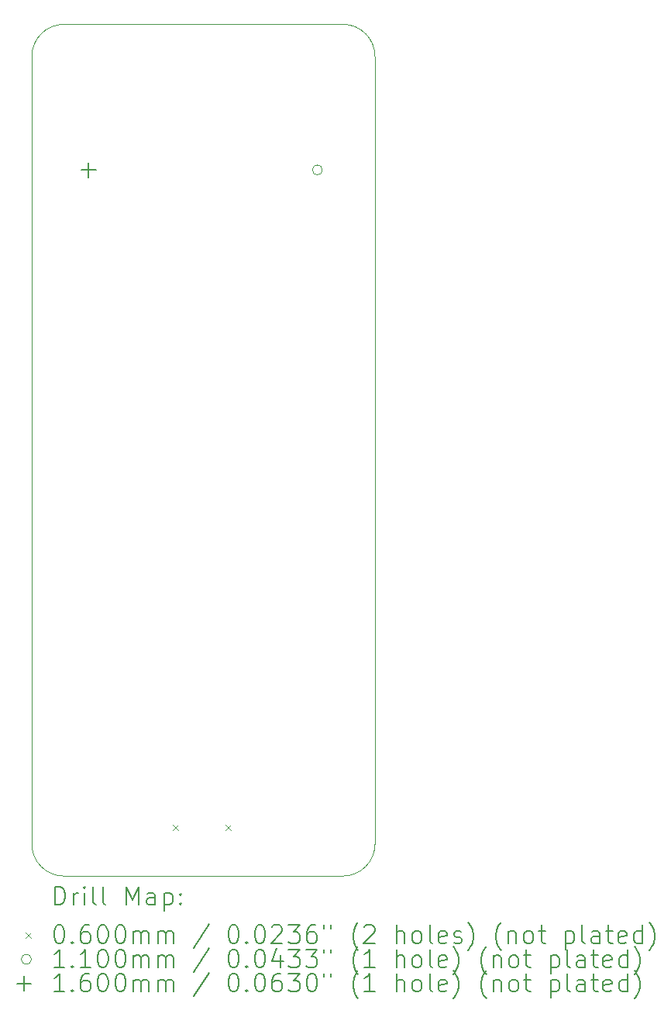
<source format=gbr>
%TF.GenerationSoftware,KiCad,Pcbnew,(6.0.7)*%
%TF.CreationDate,2022-10-08T21:46:18-07:00*%
%TF.ProjectId,phone-rounded,70686f6e-652d-4726-9f75-6e6465642e6b,rev?*%
%TF.SameCoordinates,Original*%
%TF.FileFunction,Drillmap*%
%TF.FilePolarity,Positive*%
%FSLAX45Y45*%
G04 Gerber Fmt 4.5, Leading zero omitted, Abs format (unit mm)*
G04 Created by KiCad (PCBNEW (6.0.7)) date 2022-10-08 21:46:18*
%MOMM*%
%LPD*%
G01*
G04 APERTURE LIST*
%ADD10C,0.100000*%
%ADD11C,0.200000*%
%ADD12C,0.060000*%
%ADD13C,0.110000*%
%ADD14C,0.160000*%
G04 APERTURE END LIST*
D10*
X14450000Y-14702513D02*
X14450000Y-6100000D01*
X10699997Y-14702513D02*
G75*
G03*
X11050000Y-15052513I350003J3D01*
G01*
X11050000Y-15052513D02*
X14100000Y-15052513D01*
X10700000Y-6100000D02*
X10700000Y-14702513D01*
X14100000Y-15052510D02*
G75*
G03*
X14450000Y-14702513I0J350000D01*
G01*
X11050000Y-5750000D02*
X14100000Y-5750000D01*
X14450000Y-6100000D02*
G75*
G03*
X14100000Y-5750000I-350000J0D01*
G01*
X11050000Y-5750000D02*
G75*
G03*
X10700000Y-6100000I4J-350004D01*
G01*
D11*
D12*
X12239000Y-14492000D02*
X12299000Y-14552000D01*
X12299000Y-14492000D02*
X12239000Y-14552000D01*
X12817000Y-14492000D02*
X12877000Y-14552000D01*
X12877000Y-14492000D02*
X12817000Y-14552000D01*
D13*
X13875000Y-7340000D02*
G75*
G03*
X13875000Y-7340000I-55000J0D01*
G01*
D14*
X11320000Y-7260000D02*
X11320000Y-7420000D01*
X11240000Y-7340000D02*
X11400000Y-7340000D01*
D11*
X10952619Y-15367989D02*
X10952619Y-15167989D01*
X11000238Y-15167989D01*
X11028810Y-15177513D01*
X11047857Y-15196560D01*
X11057381Y-15215608D01*
X11066905Y-15253703D01*
X11066905Y-15282274D01*
X11057381Y-15320370D01*
X11047857Y-15339417D01*
X11028810Y-15358465D01*
X11000238Y-15367989D01*
X10952619Y-15367989D01*
X11152619Y-15367989D02*
X11152619Y-15234655D01*
X11152619Y-15272751D02*
X11162143Y-15253703D01*
X11171667Y-15244179D01*
X11190714Y-15234655D01*
X11209762Y-15234655D01*
X11276428Y-15367989D02*
X11276428Y-15234655D01*
X11276428Y-15167989D02*
X11266905Y-15177513D01*
X11276428Y-15187036D01*
X11285952Y-15177513D01*
X11276428Y-15167989D01*
X11276428Y-15187036D01*
X11400238Y-15367989D02*
X11381190Y-15358465D01*
X11371667Y-15339417D01*
X11371667Y-15167989D01*
X11505000Y-15367989D02*
X11485952Y-15358465D01*
X11476428Y-15339417D01*
X11476428Y-15167989D01*
X11733571Y-15367989D02*
X11733571Y-15167989D01*
X11800238Y-15310846D01*
X11866905Y-15167989D01*
X11866905Y-15367989D01*
X12047857Y-15367989D02*
X12047857Y-15263227D01*
X12038333Y-15244179D01*
X12019286Y-15234655D01*
X11981190Y-15234655D01*
X11962143Y-15244179D01*
X12047857Y-15358465D02*
X12028809Y-15367989D01*
X11981190Y-15367989D01*
X11962143Y-15358465D01*
X11952619Y-15339417D01*
X11952619Y-15320370D01*
X11962143Y-15301322D01*
X11981190Y-15291798D01*
X12028809Y-15291798D01*
X12047857Y-15282274D01*
X12143095Y-15234655D02*
X12143095Y-15434655D01*
X12143095Y-15244179D02*
X12162143Y-15234655D01*
X12200238Y-15234655D01*
X12219286Y-15244179D01*
X12228809Y-15253703D01*
X12238333Y-15272751D01*
X12238333Y-15329893D01*
X12228809Y-15348941D01*
X12219286Y-15358465D01*
X12200238Y-15367989D01*
X12162143Y-15367989D01*
X12143095Y-15358465D01*
X12324048Y-15348941D02*
X12333571Y-15358465D01*
X12324048Y-15367989D01*
X12314524Y-15358465D01*
X12324048Y-15348941D01*
X12324048Y-15367989D01*
X12324048Y-15244179D02*
X12333571Y-15253703D01*
X12324048Y-15263227D01*
X12314524Y-15253703D01*
X12324048Y-15244179D01*
X12324048Y-15263227D01*
D12*
X10635000Y-15667513D02*
X10695000Y-15727513D01*
X10695000Y-15667513D02*
X10635000Y-15727513D01*
D11*
X10990714Y-15587989D02*
X11009762Y-15587989D01*
X11028810Y-15597513D01*
X11038333Y-15607036D01*
X11047857Y-15626084D01*
X11057381Y-15664179D01*
X11057381Y-15711798D01*
X11047857Y-15749893D01*
X11038333Y-15768941D01*
X11028810Y-15778465D01*
X11009762Y-15787989D01*
X10990714Y-15787989D01*
X10971667Y-15778465D01*
X10962143Y-15768941D01*
X10952619Y-15749893D01*
X10943095Y-15711798D01*
X10943095Y-15664179D01*
X10952619Y-15626084D01*
X10962143Y-15607036D01*
X10971667Y-15597513D01*
X10990714Y-15587989D01*
X11143095Y-15768941D02*
X11152619Y-15778465D01*
X11143095Y-15787989D01*
X11133571Y-15778465D01*
X11143095Y-15768941D01*
X11143095Y-15787989D01*
X11324048Y-15587989D02*
X11285952Y-15587989D01*
X11266905Y-15597513D01*
X11257381Y-15607036D01*
X11238333Y-15635608D01*
X11228809Y-15673703D01*
X11228809Y-15749893D01*
X11238333Y-15768941D01*
X11247857Y-15778465D01*
X11266905Y-15787989D01*
X11305000Y-15787989D01*
X11324048Y-15778465D01*
X11333571Y-15768941D01*
X11343095Y-15749893D01*
X11343095Y-15702274D01*
X11333571Y-15683227D01*
X11324048Y-15673703D01*
X11305000Y-15664179D01*
X11266905Y-15664179D01*
X11247857Y-15673703D01*
X11238333Y-15683227D01*
X11228809Y-15702274D01*
X11466905Y-15587989D02*
X11485952Y-15587989D01*
X11505000Y-15597513D01*
X11514524Y-15607036D01*
X11524048Y-15626084D01*
X11533571Y-15664179D01*
X11533571Y-15711798D01*
X11524048Y-15749893D01*
X11514524Y-15768941D01*
X11505000Y-15778465D01*
X11485952Y-15787989D01*
X11466905Y-15787989D01*
X11447857Y-15778465D01*
X11438333Y-15768941D01*
X11428809Y-15749893D01*
X11419286Y-15711798D01*
X11419286Y-15664179D01*
X11428809Y-15626084D01*
X11438333Y-15607036D01*
X11447857Y-15597513D01*
X11466905Y-15587989D01*
X11657381Y-15587989D02*
X11676428Y-15587989D01*
X11695476Y-15597513D01*
X11705000Y-15607036D01*
X11714524Y-15626084D01*
X11724048Y-15664179D01*
X11724048Y-15711798D01*
X11714524Y-15749893D01*
X11705000Y-15768941D01*
X11695476Y-15778465D01*
X11676428Y-15787989D01*
X11657381Y-15787989D01*
X11638333Y-15778465D01*
X11628809Y-15768941D01*
X11619286Y-15749893D01*
X11609762Y-15711798D01*
X11609762Y-15664179D01*
X11619286Y-15626084D01*
X11628809Y-15607036D01*
X11638333Y-15597513D01*
X11657381Y-15587989D01*
X11809762Y-15787989D02*
X11809762Y-15654655D01*
X11809762Y-15673703D02*
X11819286Y-15664179D01*
X11838333Y-15654655D01*
X11866905Y-15654655D01*
X11885952Y-15664179D01*
X11895476Y-15683227D01*
X11895476Y-15787989D01*
X11895476Y-15683227D02*
X11905000Y-15664179D01*
X11924048Y-15654655D01*
X11952619Y-15654655D01*
X11971667Y-15664179D01*
X11981190Y-15683227D01*
X11981190Y-15787989D01*
X12076428Y-15787989D02*
X12076428Y-15654655D01*
X12076428Y-15673703D02*
X12085952Y-15664179D01*
X12105000Y-15654655D01*
X12133571Y-15654655D01*
X12152619Y-15664179D01*
X12162143Y-15683227D01*
X12162143Y-15787989D01*
X12162143Y-15683227D02*
X12171667Y-15664179D01*
X12190714Y-15654655D01*
X12219286Y-15654655D01*
X12238333Y-15664179D01*
X12247857Y-15683227D01*
X12247857Y-15787989D01*
X12638333Y-15578465D02*
X12466905Y-15835608D01*
X12895476Y-15587989D02*
X12914524Y-15587989D01*
X12933571Y-15597513D01*
X12943095Y-15607036D01*
X12952619Y-15626084D01*
X12962143Y-15664179D01*
X12962143Y-15711798D01*
X12952619Y-15749893D01*
X12943095Y-15768941D01*
X12933571Y-15778465D01*
X12914524Y-15787989D01*
X12895476Y-15787989D01*
X12876428Y-15778465D01*
X12866905Y-15768941D01*
X12857381Y-15749893D01*
X12847857Y-15711798D01*
X12847857Y-15664179D01*
X12857381Y-15626084D01*
X12866905Y-15607036D01*
X12876428Y-15597513D01*
X12895476Y-15587989D01*
X13047857Y-15768941D02*
X13057381Y-15778465D01*
X13047857Y-15787989D01*
X13038333Y-15778465D01*
X13047857Y-15768941D01*
X13047857Y-15787989D01*
X13181190Y-15587989D02*
X13200238Y-15587989D01*
X13219286Y-15597513D01*
X13228809Y-15607036D01*
X13238333Y-15626084D01*
X13247857Y-15664179D01*
X13247857Y-15711798D01*
X13238333Y-15749893D01*
X13228809Y-15768941D01*
X13219286Y-15778465D01*
X13200238Y-15787989D01*
X13181190Y-15787989D01*
X13162143Y-15778465D01*
X13152619Y-15768941D01*
X13143095Y-15749893D01*
X13133571Y-15711798D01*
X13133571Y-15664179D01*
X13143095Y-15626084D01*
X13152619Y-15607036D01*
X13162143Y-15597513D01*
X13181190Y-15587989D01*
X13324048Y-15607036D02*
X13333571Y-15597513D01*
X13352619Y-15587989D01*
X13400238Y-15587989D01*
X13419286Y-15597513D01*
X13428809Y-15607036D01*
X13438333Y-15626084D01*
X13438333Y-15645132D01*
X13428809Y-15673703D01*
X13314524Y-15787989D01*
X13438333Y-15787989D01*
X13505000Y-15587989D02*
X13628809Y-15587989D01*
X13562143Y-15664179D01*
X13590714Y-15664179D01*
X13609762Y-15673703D01*
X13619286Y-15683227D01*
X13628809Y-15702274D01*
X13628809Y-15749893D01*
X13619286Y-15768941D01*
X13609762Y-15778465D01*
X13590714Y-15787989D01*
X13533571Y-15787989D01*
X13514524Y-15778465D01*
X13505000Y-15768941D01*
X13800238Y-15587989D02*
X13762143Y-15587989D01*
X13743095Y-15597513D01*
X13733571Y-15607036D01*
X13714524Y-15635608D01*
X13705000Y-15673703D01*
X13705000Y-15749893D01*
X13714524Y-15768941D01*
X13724048Y-15778465D01*
X13743095Y-15787989D01*
X13781190Y-15787989D01*
X13800238Y-15778465D01*
X13809762Y-15768941D01*
X13819286Y-15749893D01*
X13819286Y-15702274D01*
X13809762Y-15683227D01*
X13800238Y-15673703D01*
X13781190Y-15664179D01*
X13743095Y-15664179D01*
X13724048Y-15673703D01*
X13714524Y-15683227D01*
X13705000Y-15702274D01*
X13895476Y-15587989D02*
X13895476Y-15626084D01*
X13971667Y-15587989D02*
X13971667Y-15626084D01*
X14266905Y-15864179D02*
X14257381Y-15854655D01*
X14238333Y-15826084D01*
X14228809Y-15807036D01*
X14219286Y-15778465D01*
X14209762Y-15730846D01*
X14209762Y-15692751D01*
X14219286Y-15645132D01*
X14228809Y-15616560D01*
X14238333Y-15597513D01*
X14257381Y-15568941D01*
X14266905Y-15559417D01*
X14333571Y-15607036D02*
X14343095Y-15597513D01*
X14362143Y-15587989D01*
X14409762Y-15587989D01*
X14428809Y-15597513D01*
X14438333Y-15607036D01*
X14447857Y-15626084D01*
X14447857Y-15645132D01*
X14438333Y-15673703D01*
X14324048Y-15787989D01*
X14447857Y-15787989D01*
X14685952Y-15787989D02*
X14685952Y-15587989D01*
X14771667Y-15787989D02*
X14771667Y-15683227D01*
X14762143Y-15664179D01*
X14743095Y-15654655D01*
X14714524Y-15654655D01*
X14695476Y-15664179D01*
X14685952Y-15673703D01*
X14895476Y-15787989D02*
X14876428Y-15778465D01*
X14866905Y-15768941D01*
X14857381Y-15749893D01*
X14857381Y-15692751D01*
X14866905Y-15673703D01*
X14876428Y-15664179D01*
X14895476Y-15654655D01*
X14924048Y-15654655D01*
X14943095Y-15664179D01*
X14952619Y-15673703D01*
X14962143Y-15692751D01*
X14962143Y-15749893D01*
X14952619Y-15768941D01*
X14943095Y-15778465D01*
X14924048Y-15787989D01*
X14895476Y-15787989D01*
X15076428Y-15787989D02*
X15057381Y-15778465D01*
X15047857Y-15759417D01*
X15047857Y-15587989D01*
X15228809Y-15778465D02*
X15209762Y-15787989D01*
X15171667Y-15787989D01*
X15152619Y-15778465D01*
X15143095Y-15759417D01*
X15143095Y-15683227D01*
X15152619Y-15664179D01*
X15171667Y-15654655D01*
X15209762Y-15654655D01*
X15228809Y-15664179D01*
X15238333Y-15683227D01*
X15238333Y-15702274D01*
X15143095Y-15721322D01*
X15314524Y-15778465D02*
X15333571Y-15787989D01*
X15371667Y-15787989D01*
X15390714Y-15778465D01*
X15400238Y-15759417D01*
X15400238Y-15749893D01*
X15390714Y-15730846D01*
X15371667Y-15721322D01*
X15343095Y-15721322D01*
X15324048Y-15711798D01*
X15314524Y-15692751D01*
X15314524Y-15683227D01*
X15324048Y-15664179D01*
X15343095Y-15654655D01*
X15371667Y-15654655D01*
X15390714Y-15664179D01*
X15466905Y-15864179D02*
X15476428Y-15854655D01*
X15495476Y-15826084D01*
X15505000Y-15807036D01*
X15514524Y-15778465D01*
X15524048Y-15730846D01*
X15524048Y-15692751D01*
X15514524Y-15645132D01*
X15505000Y-15616560D01*
X15495476Y-15597513D01*
X15476428Y-15568941D01*
X15466905Y-15559417D01*
X15828809Y-15864179D02*
X15819286Y-15854655D01*
X15800238Y-15826084D01*
X15790714Y-15807036D01*
X15781190Y-15778465D01*
X15771667Y-15730846D01*
X15771667Y-15692751D01*
X15781190Y-15645132D01*
X15790714Y-15616560D01*
X15800238Y-15597513D01*
X15819286Y-15568941D01*
X15828809Y-15559417D01*
X15905000Y-15654655D02*
X15905000Y-15787989D01*
X15905000Y-15673703D02*
X15914524Y-15664179D01*
X15933571Y-15654655D01*
X15962143Y-15654655D01*
X15981190Y-15664179D01*
X15990714Y-15683227D01*
X15990714Y-15787989D01*
X16114524Y-15787989D02*
X16095476Y-15778465D01*
X16085952Y-15768941D01*
X16076428Y-15749893D01*
X16076428Y-15692751D01*
X16085952Y-15673703D01*
X16095476Y-15664179D01*
X16114524Y-15654655D01*
X16143095Y-15654655D01*
X16162143Y-15664179D01*
X16171667Y-15673703D01*
X16181190Y-15692751D01*
X16181190Y-15749893D01*
X16171667Y-15768941D01*
X16162143Y-15778465D01*
X16143095Y-15787989D01*
X16114524Y-15787989D01*
X16238333Y-15654655D02*
X16314524Y-15654655D01*
X16266905Y-15587989D02*
X16266905Y-15759417D01*
X16276428Y-15778465D01*
X16295476Y-15787989D01*
X16314524Y-15787989D01*
X16533571Y-15654655D02*
X16533571Y-15854655D01*
X16533571Y-15664179D02*
X16552619Y-15654655D01*
X16590714Y-15654655D01*
X16609762Y-15664179D01*
X16619286Y-15673703D01*
X16628809Y-15692751D01*
X16628809Y-15749893D01*
X16619286Y-15768941D01*
X16609762Y-15778465D01*
X16590714Y-15787989D01*
X16552619Y-15787989D01*
X16533571Y-15778465D01*
X16743095Y-15787989D02*
X16724048Y-15778465D01*
X16714524Y-15759417D01*
X16714524Y-15587989D01*
X16905000Y-15787989D02*
X16905000Y-15683227D01*
X16895476Y-15664179D01*
X16876429Y-15654655D01*
X16838333Y-15654655D01*
X16819286Y-15664179D01*
X16905000Y-15778465D02*
X16885952Y-15787989D01*
X16838333Y-15787989D01*
X16819286Y-15778465D01*
X16809762Y-15759417D01*
X16809762Y-15740370D01*
X16819286Y-15721322D01*
X16838333Y-15711798D01*
X16885952Y-15711798D01*
X16905000Y-15702274D01*
X16971667Y-15654655D02*
X17047857Y-15654655D01*
X17000238Y-15587989D02*
X17000238Y-15759417D01*
X17009762Y-15778465D01*
X17028810Y-15787989D01*
X17047857Y-15787989D01*
X17190714Y-15778465D02*
X17171667Y-15787989D01*
X17133571Y-15787989D01*
X17114524Y-15778465D01*
X17105000Y-15759417D01*
X17105000Y-15683227D01*
X17114524Y-15664179D01*
X17133571Y-15654655D01*
X17171667Y-15654655D01*
X17190714Y-15664179D01*
X17200238Y-15683227D01*
X17200238Y-15702274D01*
X17105000Y-15721322D01*
X17371667Y-15787989D02*
X17371667Y-15587989D01*
X17371667Y-15778465D02*
X17352619Y-15787989D01*
X17314524Y-15787989D01*
X17295476Y-15778465D01*
X17285952Y-15768941D01*
X17276429Y-15749893D01*
X17276429Y-15692751D01*
X17285952Y-15673703D01*
X17295476Y-15664179D01*
X17314524Y-15654655D01*
X17352619Y-15654655D01*
X17371667Y-15664179D01*
X17447857Y-15864179D02*
X17457381Y-15854655D01*
X17476429Y-15826084D01*
X17485952Y-15807036D01*
X17495476Y-15778465D01*
X17505000Y-15730846D01*
X17505000Y-15692751D01*
X17495476Y-15645132D01*
X17485952Y-15616560D01*
X17476429Y-15597513D01*
X17457381Y-15568941D01*
X17447857Y-15559417D01*
D13*
X10695000Y-15961513D02*
G75*
G03*
X10695000Y-15961513I-55000J0D01*
G01*
D11*
X11057381Y-16051989D02*
X10943095Y-16051989D01*
X11000238Y-16051989D02*
X11000238Y-15851989D01*
X10981190Y-15880560D01*
X10962143Y-15899608D01*
X10943095Y-15909132D01*
X11143095Y-16032941D02*
X11152619Y-16042465D01*
X11143095Y-16051989D01*
X11133571Y-16042465D01*
X11143095Y-16032941D01*
X11143095Y-16051989D01*
X11343095Y-16051989D02*
X11228809Y-16051989D01*
X11285952Y-16051989D02*
X11285952Y-15851989D01*
X11266905Y-15880560D01*
X11247857Y-15899608D01*
X11228809Y-15909132D01*
X11466905Y-15851989D02*
X11485952Y-15851989D01*
X11505000Y-15861513D01*
X11514524Y-15871036D01*
X11524048Y-15890084D01*
X11533571Y-15928179D01*
X11533571Y-15975798D01*
X11524048Y-16013893D01*
X11514524Y-16032941D01*
X11505000Y-16042465D01*
X11485952Y-16051989D01*
X11466905Y-16051989D01*
X11447857Y-16042465D01*
X11438333Y-16032941D01*
X11428809Y-16013893D01*
X11419286Y-15975798D01*
X11419286Y-15928179D01*
X11428809Y-15890084D01*
X11438333Y-15871036D01*
X11447857Y-15861513D01*
X11466905Y-15851989D01*
X11657381Y-15851989D02*
X11676428Y-15851989D01*
X11695476Y-15861513D01*
X11705000Y-15871036D01*
X11714524Y-15890084D01*
X11724048Y-15928179D01*
X11724048Y-15975798D01*
X11714524Y-16013893D01*
X11705000Y-16032941D01*
X11695476Y-16042465D01*
X11676428Y-16051989D01*
X11657381Y-16051989D01*
X11638333Y-16042465D01*
X11628809Y-16032941D01*
X11619286Y-16013893D01*
X11609762Y-15975798D01*
X11609762Y-15928179D01*
X11619286Y-15890084D01*
X11628809Y-15871036D01*
X11638333Y-15861513D01*
X11657381Y-15851989D01*
X11809762Y-16051989D02*
X11809762Y-15918655D01*
X11809762Y-15937703D02*
X11819286Y-15928179D01*
X11838333Y-15918655D01*
X11866905Y-15918655D01*
X11885952Y-15928179D01*
X11895476Y-15947227D01*
X11895476Y-16051989D01*
X11895476Y-15947227D02*
X11905000Y-15928179D01*
X11924048Y-15918655D01*
X11952619Y-15918655D01*
X11971667Y-15928179D01*
X11981190Y-15947227D01*
X11981190Y-16051989D01*
X12076428Y-16051989D02*
X12076428Y-15918655D01*
X12076428Y-15937703D02*
X12085952Y-15928179D01*
X12105000Y-15918655D01*
X12133571Y-15918655D01*
X12152619Y-15928179D01*
X12162143Y-15947227D01*
X12162143Y-16051989D01*
X12162143Y-15947227D02*
X12171667Y-15928179D01*
X12190714Y-15918655D01*
X12219286Y-15918655D01*
X12238333Y-15928179D01*
X12247857Y-15947227D01*
X12247857Y-16051989D01*
X12638333Y-15842465D02*
X12466905Y-16099608D01*
X12895476Y-15851989D02*
X12914524Y-15851989D01*
X12933571Y-15861513D01*
X12943095Y-15871036D01*
X12952619Y-15890084D01*
X12962143Y-15928179D01*
X12962143Y-15975798D01*
X12952619Y-16013893D01*
X12943095Y-16032941D01*
X12933571Y-16042465D01*
X12914524Y-16051989D01*
X12895476Y-16051989D01*
X12876428Y-16042465D01*
X12866905Y-16032941D01*
X12857381Y-16013893D01*
X12847857Y-15975798D01*
X12847857Y-15928179D01*
X12857381Y-15890084D01*
X12866905Y-15871036D01*
X12876428Y-15861513D01*
X12895476Y-15851989D01*
X13047857Y-16032941D02*
X13057381Y-16042465D01*
X13047857Y-16051989D01*
X13038333Y-16042465D01*
X13047857Y-16032941D01*
X13047857Y-16051989D01*
X13181190Y-15851989D02*
X13200238Y-15851989D01*
X13219286Y-15861513D01*
X13228809Y-15871036D01*
X13238333Y-15890084D01*
X13247857Y-15928179D01*
X13247857Y-15975798D01*
X13238333Y-16013893D01*
X13228809Y-16032941D01*
X13219286Y-16042465D01*
X13200238Y-16051989D01*
X13181190Y-16051989D01*
X13162143Y-16042465D01*
X13152619Y-16032941D01*
X13143095Y-16013893D01*
X13133571Y-15975798D01*
X13133571Y-15928179D01*
X13143095Y-15890084D01*
X13152619Y-15871036D01*
X13162143Y-15861513D01*
X13181190Y-15851989D01*
X13419286Y-15918655D02*
X13419286Y-16051989D01*
X13371667Y-15842465D02*
X13324048Y-15985322D01*
X13447857Y-15985322D01*
X13505000Y-15851989D02*
X13628809Y-15851989D01*
X13562143Y-15928179D01*
X13590714Y-15928179D01*
X13609762Y-15937703D01*
X13619286Y-15947227D01*
X13628809Y-15966274D01*
X13628809Y-16013893D01*
X13619286Y-16032941D01*
X13609762Y-16042465D01*
X13590714Y-16051989D01*
X13533571Y-16051989D01*
X13514524Y-16042465D01*
X13505000Y-16032941D01*
X13695476Y-15851989D02*
X13819286Y-15851989D01*
X13752619Y-15928179D01*
X13781190Y-15928179D01*
X13800238Y-15937703D01*
X13809762Y-15947227D01*
X13819286Y-15966274D01*
X13819286Y-16013893D01*
X13809762Y-16032941D01*
X13800238Y-16042465D01*
X13781190Y-16051989D01*
X13724048Y-16051989D01*
X13705000Y-16042465D01*
X13695476Y-16032941D01*
X13895476Y-15851989D02*
X13895476Y-15890084D01*
X13971667Y-15851989D02*
X13971667Y-15890084D01*
X14266905Y-16128179D02*
X14257381Y-16118655D01*
X14238333Y-16090084D01*
X14228809Y-16071036D01*
X14219286Y-16042465D01*
X14209762Y-15994846D01*
X14209762Y-15956751D01*
X14219286Y-15909132D01*
X14228809Y-15880560D01*
X14238333Y-15861513D01*
X14257381Y-15832941D01*
X14266905Y-15823417D01*
X14447857Y-16051989D02*
X14333571Y-16051989D01*
X14390714Y-16051989D02*
X14390714Y-15851989D01*
X14371667Y-15880560D01*
X14352619Y-15899608D01*
X14333571Y-15909132D01*
X14685952Y-16051989D02*
X14685952Y-15851989D01*
X14771667Y-16051989D02*
X14771667Y-15947227D01*
X14762143Y-15928179D01*
X14743095Y-15918655D01*
X14714524Y-15918655D01*
X14695476Y-15928179D01*
X14685952Y-15937703D01*
X14895476Y-16051989D02*
X14876428Y-16042465D01*
X14866905Y-16032941D01*
X14857381Y-16013893D01*
X14857381Y-15956751D01*
X14866905Y-15937703D01*
X14876428Y-15928179D01*
X14895476Y-15918655D01*
X14924048Y-15918655D01*
X14943095Y-15928179D01*
X14952619Y-15937703D01*
X14962143Y-15956751D01*
X14962143Y-16013893D01*
X14952619Y-16032941D01*
X14943095Y-16042465D01*
X14924048Y-16051989D01*
X14895476Y-16051989D01*
X15076428Y-16051989D02*
X15057381Y-16042465D01*
X15047857Y-16023417D01*
X15047857Y-15851989D01*
X15228809Y-16042465D02*
X15209762Y-16051989D01*
X15171667Y-16051989D01*
X15152619Y-16042465D01*
X15143095Y-16023417D01*
X15143095Y-15947227D01*
X15152619Y-15928179D01*
X15171667Y-15918655D01*
X15209762Y-15918655D01*
X15228809Y-15928179D01*
X15238333Y-15947227D01*
X15238333Y-15966274D01*
X15143095Y-15985322D01*
X15305000Y-16128179D02*
X15314524Y-16118655D01*
X15333571Y-16090084D01*
X15343095Y-16071036D01*
X15352619Y-16042465D01*
X15362143Y-15994846D01*
X15362143Y-15956751D01*
X15352619Y-15909132D01*
X15343095Y-15880560D01*
X15333571Y-15861513D01*
X15314524Y-15832941D01*
X15305000Y-15823417D01*
X15666905Y-16128179D02*
X15657381Y-16118655D01*
X15638333Y-16090084D01*
X15628809Y-16071036D01*
X15619286Y-16042465D01*
X15609762Y-15994846D01*
X15609762Y-15956751D01*
X15619286Y-15909132D01*
X15628809Y-15880560D01*
X15638333Y-15861513D01*
X15657381Y-15832941D01*
X15666905Y-15823417D01*
X15743095Y-15918655D02*
X15743095Y-16051989D01*
X15743095Y-15937703D02*
X15752619Y-15928179D01*
X15771667Y-15918655D01*
X15800238Y-15918655D01*
X15819286Y-15928179D01*
X15828809Y-15947227D01*
X15828809Y-16051989D01*
X15952619Y-16051989D02*
X15933571Y-16042465D01*
X15924048Y-16032941D01*
X15914524Y-16013893D01*
X15914524Y-15956751D01*
X15924048Y-15937703D01*
X15933571Y-15928179D01*
X15952619Y-15918655D01*
X15981190Y-15918655D01*
X16000238Y-15928179D01*
X16009762Y-15937703D01*
X16019286Y-15956751D01*
X16019286Y-16013893D01*
X16009762Y-16032941D01*
X16000238Y-16042465D01*
X15981190Y-16051989D01*
X15952619Y-16051989D01*
X16076428Y-15918655D02*
X16152619Y-15918655D01*
X16105000Y-15851989D02*
X16105000Y-16023417D01*
X16114524Y-16042465D01*
X16133571Y-16051989D01*
X16152619Y-16051989D01*
X16371667Y-15918655D02*
X16371667Y-16118655D01*
X16371667Y-15928179D02*
X16390714Y-15918655D01*
X16428809Y-15918655D01*
X16447857Y-15928179D01*
X16457381Y-15937703D01*
X16466905Y-15956751D01*
X16466905Y-16013893D01*
X16457381Y-16032941D01*
X16447857Y-16042465D01*
X16428809Y-16051989D01*
X16390714Y-16051989D01*
X16371667Y-16042465D01*
X16581190Y-16051989D02*
X16562143Y-16042465D01*
X16552619Y-16023417D01*
X16552619Y-15851989D01*
X16743095Y-16051989D02*
X16743095Y-15947227D01*
X16733571Y-15928179D01*
X16714524Y-15918655D01*
X16676428Y-15918655D01*
X16657381Y-15928179D01*
X16743095Y-16042465D02*
X16724048Y-16051989D01*
X16676428Y-16051989D01*
X16657381Y-16042465D01*
X16647857Y-16023417D01*
X16647857Y-16004370D01*
X16657381Y-15985322D01*
X16676428Y-15975798D01*
X16724048Y-15975798D01*
X16743095Y-15966274D01*
X16809762Y-15918655D02*
X16885952Y-15918655D01*
X16838333Y-15851989D02*
X16838333Y-16023417D01*
X16847857Y-16042465D01*
X16866905Y-16051989D01*
X16885952Y-16051989D01*
X17028810Y-16042465D02*
X17009762Y-16051989D01*
X16971667Y-16051989D01*
X16952619Y-16042465D01*
X16943095Y-16023417D01*
X16943095Y-15947227D01*
X16952619Y-15928179D01*
X16971667Y-15918655D01*
X17009762Y-15918655D01*
X17028810Y-15928179D01*
X17038333Y-15947227D01*
X17038333Y-15966274D01*
X16943095Y-15985322D01*
X17209762Y-16051989D02*
X17209762Y-15851989D01*
X17209762Y-16042465D02*
X17190714Y-16051989D01*
X17152619Y-16051989D01*
X17133571Y-16042465D01*
X17124048Y-16032941D01*
X17114524Y-16013893D01*
X17114524Y-15956751D01*
X17124048Y-15937703D01*
X17133571Y-15928179D01*
X17152619Y-15918655D01*
X17190714Y-15918655D01*
X17209762Y-15928179D01*
X17285952Y-16128179D02*
X17295476Y-16118655D01*
X17314524Y-16090084D01*
X17324048Y-16071036D01*
X17333571Y-16042465D01*
X17343095Y-15994846D01*
X17343095Y-15956751D01*
X17333571Y-15909132D01*
X17324048Y-15880560D01*
X17314524Y-15861513D01*
X17295476Y-15832941D01*
X17285952Y-15823417D01*
D14*
X10615000Y-16145513D02*
X10615000Y-16305513D01*
X10535000Y-16225513D02*
X10695000Y-16225513D01*
D11*
X11057381Y-16315989D02*
X10943095Y-16315989D01*
X11000238Y-16315989D02*
X11000238Y-16115989D01*
X10981190Y-16144560D01*
X10962143Y-16163608D01*
X10943095Y-16173132D01*
X11143095Y-16296941D02*
X11152619Y-16306465D01*
X11143095Y-16315989D01*
X11133571Y-16306465D01*
X11143095Y-16296941D01*
X11143095Y-16315989D01*
X11324048Y-16115989D02*
X11285952Y-16115989D01*
X11266905Y-16125513D01*
X11257381Y-16135036D01*
X11238333Y-16163608D01*
X11228809Y-16201703D01*
X11228809Y-16277893D01*
X11238333Y-16296941D01*
X11247857Y-16306465D01*
X11266905Y-16315989D01*
X11305000Y-16315989D01*
X11324048Y-16306465D01*
X11333571Y-16296941D01*
X11343095Y-16277893D01*
X11343095Y-16230274D01*
X11333571Y-16211227D01*
X11324048Y-16201703D01*
X11305000Y-16192179D01*
X11266905Y-16192179D01*
X11247857Y-16201703D01*
X11238333Y-16211227D01*
X11228809Y-16230274D01*
X11466905Y-16115989D02*
X11485952Y-16115989D01*
X11505000Y-16125513D01*
X11514524Y-16135036D01*
X11524048Y-16154084D01*
X11533571Y-16192179D01*
X11533571Y-16239798D01*
X11524048Y-16277893D01*
X11514524Y-16296941D01*
X11505000Y-16306465D01*
X11485952Y-16315989D01*
X11466905Y-16315989D01*
X11447857Y-16306465D01*
X11438333Y-16296941D01*
X11428809Y-16277893D01*
X11419286Y-16239798D01*
X11419286Y-16192179D01*
X11428809Y-16154084D01*
X11438333Y-16135036D01*
X11447857Y-16125513D01*
X11466905Y-16115989D01*
X11657381Y-16115989D02*
X11676428Y-16115989D01*
X11695476Y-16125513D01*
X11705000Y-16135036D01*
X11714524Y-16154084D01*
X11724048Y-16192179D01*
X11724048Y-16239798D01*
X11714524Y-16277893D01*
X11705000Y-16296941D01*
X11695476Y-16306465D01*
X11676428Y-16315989D01*
X11657381Y-16315989D01*
X11638333Y-16306465D01*
X11628809Y-16296941D01*
X11619286Y-16277893D01*
X11609762Y-16239798D01*
X11609762Y-16192179D01*
X11619286Y-16154084D01*
X11628809Y-16135036D01*
X11638333Y-16125513D01*
X11657381Y-16115989D01*
X11809762Y-16315989D02*
X11809762Y-16182655D01*
X11809762Y-16201703D02*
X11819286Y-16192179D01*
X11838333Y-16182655D01*
X11866905Y-16182655D01*
X11885952Y-16192179D01*
X11895476Y-16211227D01*
X11895476Y-16315989D01*
X11895476Y-16211227D02*
X11905000Y-16192179D01*
X11924048Y-16182655D01*
X11952619Y-16182655D01*
X11971667Y-16192179D01*
X11981190Y-16211227D01*
X11981190Y-16315989D01*
X12076428Y-16315989D02*
X12076428Y-16182655D01*
X12076428Y-16201703D02*
X12085952Y-16192179D01*
X12105000Y-16182655D01*
X12133571Y-16182655D01*
X12152619Y-16192179D01*
X12162143Y-16211227D01*
X12162143Y-16315989D01*
X12162143Y-16211227D02*
X12171667Y-16192179D01*
X12190714Y-16182655D01*
X12219286Y-16182655D01*
X12238333Y-16192179D01*
X12247857Y-16211227D01*
X12247857Y-16315989D01*
X12638333Y-16106465D02*
X12466905Y-16363608D01*
X12895476Y-16115989D02*
X12914524Y-16115989D01*
X12933571Y-16125513D01*
X12943095Y-16135036D01*
X12952619Y-16154084D01*
X12962143Y-16192179D01*
X12962143Y-16239798D01*
X12952619Y-16277893D01*
X12943095Y-16296941D01*
X12933571Y-16306465D01*
X12914524Y-16315989D01*
X12895476Y-16315989D01*
X12876428Y-16306465D01*
X12866905Y-16296941D01*
X12857381Y-16277893D01*
X12847857Y-16239798D01*
X12847857Y-16192179D01*
X12857381Y-16154084D01*
X12866905Y-16135036D01*
X12876428Y-16125513D01*
X12895476Y-16115989D01*
X13047857Y-16296941D02*
X13057381Y-16306465D01*
X13047857Y-16315989D01*
X13038333Y-16306465D01*
X13047857Y-16296941D01*
X13047857Y-16315989D01*
X13181190Y-16115989D02*
X13200238Y-16115989D01*
X13219286Y-16125513D01*
X13228809Y-16135036D01*
X13238333Y-16154084D01*
X13247857Y-16192179D01*
X13247857Y-16239798D01*
X13238333Y-16277893D01*
X13228809Y-16296941D01*
X13219286Y-16306465D01*
X13200238Y-16315989D01*
X13181190Y-16315989D01*
X13162143Y-16306465D01*
X13152619Y-16296941D01*
X13143095Y-16277893D01*
X13133571Y-16239798D01*
X13133571Y-16192179D01*
X13143095Y-16154084D01*
X13152619Y-16135036D01*
X13162143Y-16125513D01*
X13181190Y-16115989D01*
X13419286Y-16115989D02*
X13381190Y-16115989D01*
X13362143Y-16125513D01*
X13352619Y-16135036D01*
X13333571Y-16163608D01*
X13324048Y-16201703D01*
X13324048Y-16277893D01*
X13333571Y-16296941D01*
X13343095Y-16306465D01*
X13362143Y-16315989D01*
X13400238Y-16315989D01*
X13419286Y-16306465D01*
X13428809Y-16296941D01*
X13438333Y-16277893D01*
X13438333Y-16230274D01*
X13428809Y-16211227D01*
X13419286Y-16201703D01*
X13400238Y-16192179D01*
X13362143Y-16192179D01*
X13343095Y-16201703D01*
X13333571Y-16211227D01*
X13324048Y-16230274D01*
X13505000Y-16115989D02*
X13628809Y-16115989D01*
X13562143Y-16192179D01*
X13590714Y-16192179D01*
X13609762Y-16201703D01*
X13619286Y-16211227D01*
X13628809Y-16230274D01*
X13628809Y-16277893D01*
X13619286Y-16296941D01*
X13609762Y-16306465D01*
X13590714Y-16315989D01*
X13533571Y-16315989D01*
X13514524Y-16306465D01*
X13505000Y-16296941D01*
X13752619Y-16115989D02*
X13771667Y-16115989D01*
X13790714Y-16125513D01*
X13800238Y-16135036D01*
X13809762Y-16154084D01*
X13819286Y-16192179D01*
X13819286Y-16239798D01*
X13809762Y-16277893D01*
X13800238Y-16296941D01*
X13790714Y-16306465D01*
X13771667Y-16315989D01*
X13752619Y-16315989D01*
X13733571Y-16306465D01*
X13724048Y-16296941D01*
X13714524Y-16277893D01*
X13705000Y-16239798D01*
X13705000Y-16192179D01*
X13714524Y-16154084D01*
X13724048Y-16135036D01*
X13733571Y-16125513D01*
X13752619Y-16115989D01*
X13895476Y-16115989D02*
X13895476Y-16154084D01*
X13971667Y-16115989D02*
X13971667Y-16154084D01*
X14266905Y-16392179D02*
X14257381Y-16382655D01*
X14238333Y-16354084D01*
X14228809Y-16335036D01*
X14219286Y-16306465D01*
X14209762Y-16258846D01*
X14209762Y-16220751D01*
X14219286Y-16173132D01*
X14228809Y-16144560D01*
X14238333Y-16125513D01*
X14257381Y-16096941D01*
X14266905Y-16087417D01*
X14447857Y-16315989D02*
X14333571Y-16315989D01*
X14390714Y-16315989D02*
X14390714Y-16115989D01*
X14371667Y-16144560D01*
X14352619Y-16163608D01*
X14333571Y-16173132D01*
X14685952Y-16315989D02*
X14685952Y-16115989D01*
X14771667Y-16315989D02*
X14771667Y-16211227D01*
X14762143Y-16192179D01*
X14743095Y-16182655D01*
X14714524Y-16182655D01*
X14695476Y-16192179D01*
X14685952Y-16201703D01*
X14895476Y-16315989D02*
X14876428Y-16306465D01*
X14866905Y-16296941D01*
X14857381Y-16277893D01*
X14857381Y-16220751D01*
X14866905Y-16201703D01*
X14876428Y-16192179D01*
X14895476Y-16182655D01*
X14924048Y-16182655D01*
X14943095Y-16192179D01*
X14952619Y-16201703D01*
X14962143Y-16220751D01*
X14962143Y-16277893D01*
X14952619Y-16296941D01*
X14943095Y-16306465D01*
X14924048Y-16315989D01*
X14895476Y-16315989D01*
X15076428Y-16315989D02*
X15057381Y-16306465D01*
X15047857Y-16287417D01*
X15047857Y-16115989D01*
X15228809Y-16306465D02*
X15209762Y-16315989D01*
X15171667Y-16315989D01*
X15152619Y-16306465D01*
X15143095Y-16287417D01*
X15143095Y-16211227D01*
X15152619Y-16192179D01*
X15171667Y-16182655D01*
X15209762Y-16182655D01*
X15228809Y-16192179D01*
X15238333Y-16211227D01*
X15238333Y-16230274D01*
X15143095Y-16249322D01*
X15305000Y-16392179D02*
X15314524Y-16382655D01*
X15333571Y-16354084D01*
X15343095Y-16335036D01*
X15352619Y-16306465D01*
X15362143Y-16258846D01*
X15362143Y-16220751D01*
X15352619Y-16173132D01*
X15343095Y-16144560D01*
X15333571Y-16125513D01*
X15314524Y-16096941D01*
X15305000Y-16087417D01*
X15666905Y-16392179D02*
X15657381Y-16382655D01*
X15638333Y-16354084D01*
X15628809Y-16335036D01*
X15619286Y-16306465D01*
X15609762Y-16258846D01*
X15609762Y-16220751D01*
X15619286Y-16173132D01*
X15628809Y-16144560D01*
X15638333Y-16125513D01*
X15657381Y-16096941D01*
X15666905Y-16087417D01*
X15743095Y-16182655D02*
X15743095Y-16315989D01*
X15743095Y-16201703D02*
X15752619Y-16192179D01*
X15771667Y-16182655D01*
X15800238Y-16182655D01*
X15819286Y-16192179D01*
X15828809Y-16211227D01*
X15828809Y-16315989D01*
X15952619Y-16315989D02*
X15933571Y-16306465D01*
X15924048Y-16296941D01*
X15914524Y-16277893D01*
X15914524Y-16220751D01*
X15924048Y-16201703D01*
X15933571Y-16192179D01*
X15952619Y-16182655D01*
X15981190Y-16182655D01*
X16000238Y-16192179D01*
X16009762Y-16201703D01*
X16019286Y-16220751D01*
X16019286Y-16277893D01*
X16009762Y-16296941D01*
X16000238Y-16306465D01*
X15981190Y-16315989D01*
X15952619Y-16315989D01*
X16076428Y-16182655D02*
X16152619Y-16182655D01*
X16105000Y-16115989D02*
X16105000Y-16287417D01*
X16114524Y-16306465D01*
X16133571Y-16315989D01*
X16152619Y-16315989D01*
X16371667Y-16182655D02*
X16371667Y-16382655D01*
X16371667Y-16192179D02*
X16390714Y-16182655D01*
X16428809Y-16182655D01*
X16447857Y-16192179D01*
X16457381Y-16201703D01*
X16466905Y-16220751D01*
X16466905Y-16277893D01*
X16457381Y-16296941D01*
X16447857Y-16306465D01*
X16428809Y-16315989D01*
X16390714Y-16315989D01*
X16371667Y-16306465D01*
X16581190Y-16315989D02*
X16562143Y-16306465D01*
X16552619Y-16287417D01*
X16552619Y-16115989D01*
X16743095Y-16315989D02*
X16743095Y-16211227D01*
X16733571Y-16192179D01*
X16714524Y-16182655D01*
X16676428Y-16182655D01*
X16657381Y-16192179D01*
X16743095Y-16306465D02*
X16724048Y-16315989D01*
X16676428Y-16315989D01*
X16657381Y-16306465D01*
X16647857Y-16287417D01*
X16647857Y-16268370D01*
X16657381Y-16249322D01*
X16676428Y-16239798D01*
X16724048Y-16239798D01*
X16743095Y-16230274D01*
X16809762Y-16182655D02*
X16885952Y-16182655D01*
X16838333Y-16115989D02*
X16838333Y-16287417D01*
X16847857Y-16306465D01*
X16866905Y-16315989D01*
X16885952Y-16315989D01*
X17028810Y-16306465D02*
X17009762Y-16315989D01*
X16971667Y-16315989D01*
X16952619Y-16306465D01*
X16943095Y-16287417D01*
X16943095Y-16211227D01*
X16952619Y-16192179D01*
X16971667Y-16182655D01*
X17009762Y-16182655D01*
X17028810Y-16192179D01*
X17038333Y-16211227D01*
X17038333Y-16230274D01*
X16943095Y-16249322D01*
X17209762Y-16315989D02*
X17209762Y-16115989D01*
X17209762Y-16306465D02*
X17190714Y-16315989D01*
X17152619Y-16315989D01*
X17133571Y-16306465D01*
X17124048Y-16296941D01*
X17114524Y-16277893D01*
X17114524Y-16220751D01*
X17124048Y-16201703D01*
X17133571Y-16192179D01*
X17152619Y-16182655D01*
X17190714Y-16182655D01*
X17209762Y-16192179D01*
X17285952Y-16392179D02*
X17295476Y-16382655D01*
X17314524Y-16354084D01*
X17324048Y-16335036D01*
X17333571Y-16306465D01*
X17343095Y-16258846D01*
X17343095Y-16220751D01*
X17333571Y-16173132D01*
X17324048Y-16144560D01*
X17314524Y-16125513D01*
X17295476Y-16096941D01*
X17285952Y-16087417D01*
M02*

</source>
